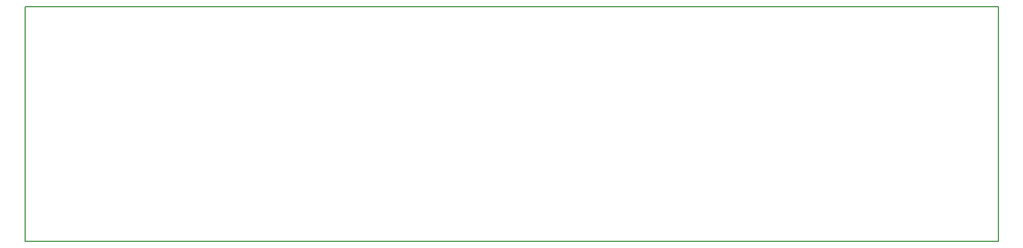
<source format=gbr>
%TF.GenerationSoftware,KiCad,Pcbnew,8.0.2*%
%TF.CreationDate,2024-08-08T08:25:18+03:00*%
%TF.ProjectId,______________ SMD,21323542-3e43-43a3-9037-3042353b4c20,rev?*%
%TF.SameCoordinates,Original*%
%TF.FileFunction,Profile,NP*%
%FSLAX45Y45*%
G04 Gerber Fmt 4.5, Leading zero omitted, Abs format (unit mm)*
G04 Created by KiCad (PCBNEW 8.0.2) date 2024-08-08 08:25:18*
%MOMM*%
%LPD*%
G01*
G04 APERTURE LIST*
%TA.AperFunction,Profile*%
%ADD10C,0.200000*%
%TD*%
G04 APERTURE END LIST*
D10*
X4330700Y-7383780D02*
X19077940Y-7383780D01*
X19077940Y-10952480D01*
X4330700Y-10952480D01*
X4330700Y-7383780D01*
M02*

</source>
